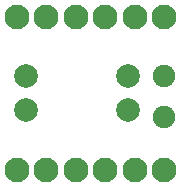
<source format=gts>
G04 Layer: TopSolderMaskLayer*
G04 EasyEDA v6.5.5, 2022-07-15 14:42:27*
G04 532d801377d849919285b652b89c2504,d87ca97578a24c0188edd79bd05468ec,10*
G04 Gerber Generator version 0.2*
G04 Scale: 100 percent, Rotated: No, Reflected: No *
G04 Dimensions in millimeters *
G04 leading zeros omitted , absolute positions ,4 integer and 5 decimal *
%FSLAX45Y45*%
%MOMM*%

%ADD15C,2.1000*%
%ADD16C,2.0032*%
%ADD17C,1.9016*%

%LPD*%
D15*
G01*
X391007Y-368300D03*
G01*
X640994Y-368300D03*
G01*
X891006Y-368300D03*
G01*
X1140993Y-368300D03*
G01*
X1391005Y-368300D03*
G01*
X1640992Y-368300D03*
D16*
G01*
X469900Y-863600D03*
G01*
X1333500Y-863600D03*
G01*
X1333500Y-1155700D03*
G01*
X469900Y-1155700D03*
D17*
G01*
X1638300Y-1216405D03*
G01*
X1638300Y-866394D03*
D15*
G01*
X391007Y-1663700D03*
G01*
X640994Y-1663700D03*
G01*
X891006Y-1663700D03*
G01*
X1140993Y-1663700D03*
G01*
X1391005Y-1663700D03*
G01*
X1640992Y-1663700D03*
M02*

</source>
